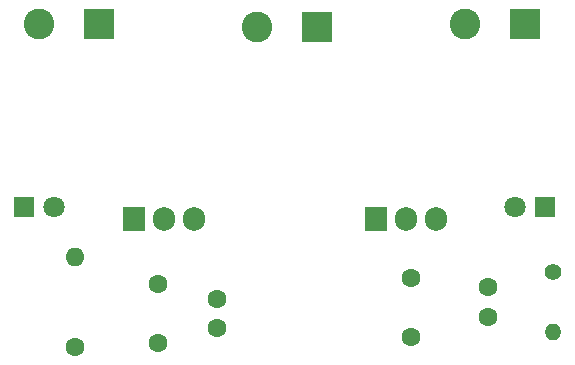
<source format=gbr>
%TF.GenerationSoftware,KiCad,Pcbnew,8.0.6*%
%TF.CreationDate,2024-11-04T14:24:17-05:00*%
%TF.ProjectId,Voltage regulator 5 and 9V,566f6c74-6167-4652-9072-6567756c6174,rev?*%
%TF.SameCoordinates,Original*%
%TF.FileFunction,Soldermask,Top*%
%TF.FilePolarity,Negative*%
%FSLAX46Y46*%
G04 Gerber Fmt 4.6, Leading zero omitted, Abs format (unit mm)*
G04 Created by KiCad (PCBNEW 8.0.6) date 2024-11-04 14:24:17*
%MOMM*%
%LPD*%
G01*
G04 APERTURE LIST*
%ADD10R,1.905000X2.000000*%
%ADD11O,1.905000X2.000000*%
%ADD12O,1.600000X1.600000*%
%ADD13C,1.600000*%
%ADD14C,1.400000*%
%ADD15O,1.400000X1.400000*%
%ADD16R,2.600000X2.600000*%
%ADD17C,2.600000*%
%ADD18R,1.800000X1.800000*%
%ADD19C,1.800000*%
G04 APERTURE END LIST*
D10*
%TO.C,U2*%
X146960000Y-74445000D03*
D11*
X149500000Y-74445000D03*
X152040000Y-74445000D03*
%TD*%
D10*
%TO.C,U1*%
X126500000Y-74445000D03*
D11*
X129040000Y-74445000D03*
X131580000Y-74445000D03*
%TD*%
D12*
%TO.C,R2*%
X121500000Y-77690000D03*
D13*
X121500000Y-85310000D03*
%TD*%
D14*
%TO.C,R1*%
X162000000Y-79000000D03*
D15*
X162000000Y-84080000D03*
%TD*%
D16*
%TO.C,J3*%
X123580000Y-58000000D03*
D17*
X118500000Y-58000000D03*
%TD*%
D16*
%TO.C,J2*%
X142045000Y-58195000D03*
D17*
X136965000Y-58195000D03*
%TD*%
D16*
%TO.C,J1*%
X159580000Y-58000000D03*
D17*
X154500000Y-58000000D03*
%TD*%
D18*
%TO.C,D2*%
X161275000Y-73500000D03*
D19*
X158735000Y-73500000D03*
%TD*%
D18*
%TO.C,D1*%
X117225000Y-73500000D03*
D19*
X119765000Y-73500000D03*
%TD*%
D13*
%TO.C,C4*%
X156500000Y-80250000D03*
X156500000Y-82750000D03*
%TD*%
%TO.C,C3*%
X133500000Y-83750000D03*
X133500000Y-81250000D03*
%TD*%
%TO.C,C2*%
X128500000Y-80000000D03*
X128500000Y-85000000D03*
%TD*%
%TO.C,C1*%
X150000000Y-84500000D03*
X150000000Y-79500000D03*
%TD*%
M02*

</source>
